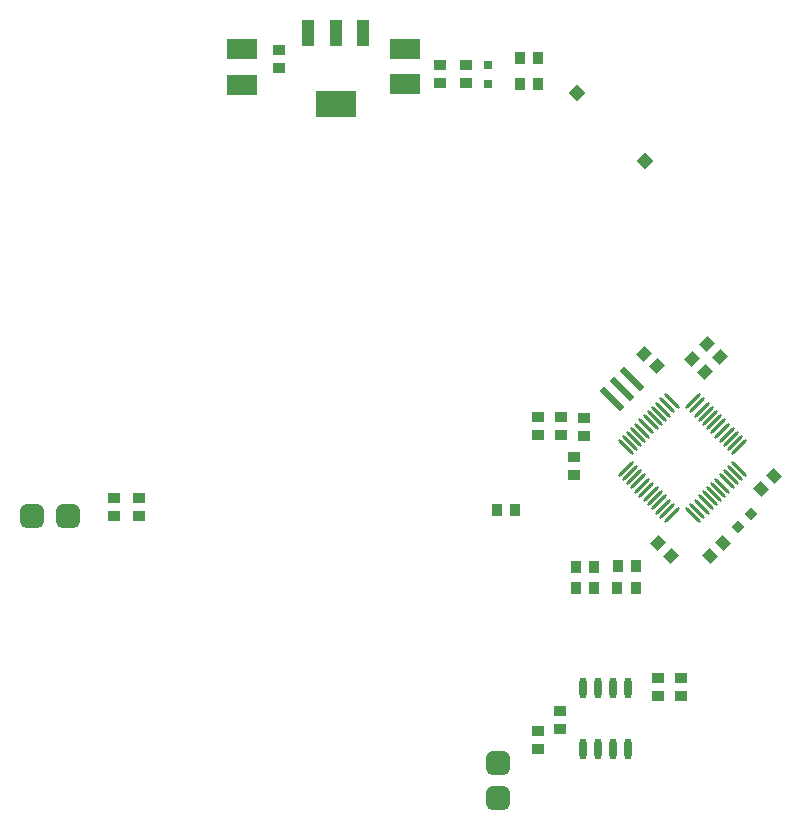
<source format=gtp>
G04*
G04 #@! TF.GenerationSoftware,Altium Limited,Altium Designer,19.1.5 (86)*
G04*
G04 Layer_Color=8421504*
%FSLAX25Y25*%
%MOIN*%
G70*
G01*
G75*
G04:AMPARAMS|DCode=20|XSize=11.81mil|YSize=70.87mil|CornerRadius=0mil|HoleSize=0mil|Usage=FLASHONLY|Rotation=45.000|XOffset=0mil|YOffset=0mil|HoleType=Round|Shape=Round|*
%AMOVALD20*
21,1,0.05906,0.01181,0.00000,0.00000,135.0*
1,1,0.01181,0.02088,-0.02088*
1,1,0.01181,-0.02088,0.02088*
%
%ADD20OVALD20*%

G04:AMPARAMS|DCode=21|XSize=11.81mil|YSize=70.87mil|CornerRadius=0mil|HoleSize=0mil|Usage=FLASHONLY|Rotation=315.000|XOffset=0mil|YOffset=0mil|HoleType=Round|Shape=Round|*
%AMOVALD21*
21,1,0.05906,0.01181,0.00000,0.00000,45.0*
1,1,0.01181,-0.02088,-0.02088*
1,1,0.01181,0.02088,0.02088*
%
%ADD21OVALD21*%

%ADD22R,0.10236X0.07087*%
%ADD23P,0.05657X4X180.0*%
G04:AMPARAMS|DCode=24|XSize=78.74mil|YSize=78.74mil|CornerRadius=19.68mil|HoleSize=0mil|Usage=FLASHONLY|Rotation=270.000|XOffset=0mil|YOffset=0mil|HoleType=Round|Shape=RoundedRectangle|*
%AMROUNDEDRECTD24*
21,1,0.07874,0.03937,0,0,270.0*
21,1,0.03937,0.07874,0,0,270.0*
1,1,0.03937,-0.01968,-0.01968*
1,1,0.03937,-0.01968,0.01968*
1,1,0.03937,0.01968,0.01968*
1,1,0.03937,0.01968,-0.01968*
%
%ADD24ROUNDEDRECTD24*%
%ADD25R,0.03661X0.03858*%
%ADD26R,0.03150X0.03150*%
%ADD27R,0.03858X0.03661*%
%ADD28R,0.03937X0.08661*%
%ADD29R,0.13780X0.08661*%
G04:AMPARAMS|DCode=30|XSize=78.74mil|YSize=78.74mil|CornerRadius=19.68mil|HoleSize=0mil|Usage=FLASHONLY|Rotation=180.000|XOffset=0mil|YOffset=0mil|HoleType=Round|Shape=RoundedRectangle|*
%AMROUNDEDRECTD30*
21,1,0.07874,0.03937,0,0,180.0*
21,1,0.03937,0.07874,0,0,180.0*
1,1,0.03937,-0.01968,0.01968*
1,1,0.03937,0.01968,0.01968*
1,1,0.03937,0.01968,-0.01968*
1,1,0.03937,-0.01968,-0.01968*
%
%ADD30ROUNDEDRECTD30*%
G04:AMPARAMS|DCode=31|XSize=36.61mil|YSize=38.58mil|CornerRadius=0mil|HoleSize=0mil|Usage=FLASHONLY|Rotation=45.000|XOffset=0mil|YOffset=0mil|HoleType=Round|Shape=Rectangle|*
%AMROTATEDRECTD31*
4,1,4,0.00070,-0.02659,-0.02659,0.00070,-0.00070,0.02659,0.02659,-0.00070,0.00070,-0.02659,0.0*
%
%ADD31ROTATEDRECTD31*%

%ADD32P,0.04454X4X90.0*%
G04:AMPARAMS|DCode=33|XSize=36.61mil|YSize=38.58mil|CornerRadius=0mil|HoleSize=0mil|Usage=FLASHONLY|Rotation=315.000|XOffset=0mil|YOffset=0mil|HoleType=Round|Shape=Rectangle|*
%AMROTATEDRECTD33*
4,1,4,-0.02659,-0.00070,0.00070,0.02659,0.02659,0.00070,-0.00070,-0.02659,-0.02659,-0.00070,0.0*
%
%ADD33ROTATEDRECTD33*%

%ADD34O,0.02500X0.07087*%
G04:AMPARAMS|DCode=35|XSize=19.68mil|YSize=98.43mil|CornerRadius=0mil|HoleSize=0mil|Usage=FLASHONLY|Rotation=225.000|XOffset=0mil|YOffset=0mil|HoleType=Round|Shape=Rectangle|*
%AMROTATEDRECTD35*
4,1,4,-0.02784,0.04176,0.04176,-0.02784,0.02784,-0.04176,-0.04176,0.02784,-0.02784,0.04176,0.0*
%
%ADD35ROTATEDRECTD35*%

G04:AMPARAMS|DCode=36|XSize=19.68mil|YSize=98.43mil|CornerRadius=0mil|HoleSize=0mil|Usage=FLASHONLY|Rotation=225.000|XOffset=0mil|YOffset=0mil|HoleType=Round|Shape=Rectangle|*
%AMROTATEDRECTD36*
4,1,4,-0.02784,0.04176,0.04176,-0.02784,0.02784,-0.04176,-0.04176,0.02784,-0.02784,0.04176,0.0*
%
%ADD36ROTATEDRECTD36*%

D20*
X256481Y157230D02*
D03*
X255089Y155838D02*
D03*
X253697Y154447D02*
D03*
X252305Y153055D02*
D03*
X250913Y151663D02*
D03*
X249521Y150271D02*
D03*
X248129Y148879D02*
D03*
X246737Y147487D02*
D03*
X245345Y146095D02*
D03*
X243953Y144703D02*
D03*
X242562Y143311D02*
D03*
X241170Y141919D02*
D03*
X263719Y119370D02*
D03*
X265111Y120762D02*
D03*
X266503Y122153D02*
D03*
X267895Y123545D02*
D03*
X269287Y124937D02*
D03*
X270679Y126329D02*
D03*
X272071Y127721D02*
D03*
X273463Y129113D02*
D03*
X274855Y130505D02*
D03*
X276247Y131897D02*
D03*
X277638Y133289D02*
D03*
X279030Y134681D02*
D03*
D21*
X241170D02*
D03*
X242562Y133289D02*
D03*
X243953Y131897D02*
D03*
X245345Y130505D02*
D03*
X246737Y129113D02*
D03*
X248129Y127721D02*
D03*
X249521Y126329D02*
D03*
X250913Y124937D02*
D03*
X252305Y123545D02*
D03*
X253697Y122153D02*
D03*
X255089Y120762D02*
D03*
X256481Y119370D02*
D03*
X279030Y141919D02*
D03*
X277638Y143311D02*
D03*
X276247Y144703D02*
D03*
X274855Y146095D02*
D03*
X273463Y147487D02*
D03*
X272071Y148879D02*
D03*
X270679Y150271D02*
D03*
X269287Y151663D02*
D03*
X267895Y153055D02*
D03*
X266503Y154447D02*
D03*
X265111Y155838D02*
D03*
X263719Y157230D02*
D03*
D22*
X113300Y262795D02*
D03*
Y274606D02*
D03*
X167600Y274706D02*
D03*
Y262894D02*
D03*
D23*
X247702Y237291D02*
D03*
X225075Y259918D02*
D03*
D24*
X198700Y36811D02*
D03*
Y25000D02*
D03*
D25*
X212032Y271600D02*
D03*
X205969D02*
D03*
Y263100D02*
D03*
X212032D02*
D03*
X204431Y121100D02*
D03*
X198368D02*
D03*
X238469Y102300D02*
D03*
X244532D02*
D03*
X238437Y95000D02*
D03*
X244500D02*
D03*
X230631Y102000D02*
D03*
X224568D02*
D03*
X230631Y95000D02*
D03*
X224569D02*
D03*
D26*
X195400Y269200D02*
D03*
Y262901D02*
D03*
D27*
X187812Y269263D02*
D03*
Y263200D02*
D03*
X179200D02*
D03*
Y269263D02*
D03*
X125700Y274332D02*
D03*
Y268269D02*
D03*
X252100Y59069D02*
D03*
Y65132D02*
D03*
X259600Y65131D02*
D03*
Y59068D02*
D03*
X224000Y132769D02*
D03*
Y138832D02*
D03*
X211900Y151931D02*
D03*
Y145868D02*
D03*
X79000Y125132D02*
D03*
Y119069D02*
D03*
X70600D02*
D03*
Y125132D02*
D03*
X219600Y151931D02*
D03*
Y145869D02*
D03*
X227400Y145769D02*
D03*
Y151831D02*
D03*
X212000Y47363D02*
D03*
Y41300D02*
D03*
X219200Y48069D02*
D03*
Y54132D02*
D03*
D28*
X153555Y280011D02*
D03*
X144500D02*
D03*
X135445D02*
D03*
D29*
X144500Y256389D02*
D03*
D30*
X43394Y119100D02*
D03*
X55206D02*
D03*
D31*
X273544Y109944D02*
D03*
X269256Y105656D02*
D03*
X290544Y132244D02*
D03*
X286256Y127956D02*
D03*
D32*
X278600Y115200D02*
D03*
X283054Y119654D02*
D03*
D33*
X267544Y167056D02*
D03*
X263256Y171344D02*
D03*
X268256Y176244D02*
D03*
X272544Y171956D02*
D03*
X251744Y168856D02*
D03*
X247456Y173144D02*
D03*
X256344Y105756D02*
D03*
X252056Y110044D02*
D03*
D34*
X241900Y61736D02*
D03*
X236900D02*
D03*
X231900D02*
D03*
X226900D02*
D03*
Y41264D02*
D03*
X231900D02*
D03*
X236900D02*
D03*
X241900D02*
D03*
D35*
X236662Y157862D02*
D03*
X243338Y164538D02*
D03*
D36*
X240000Y161200D02*
D03*
M02*

</source>
